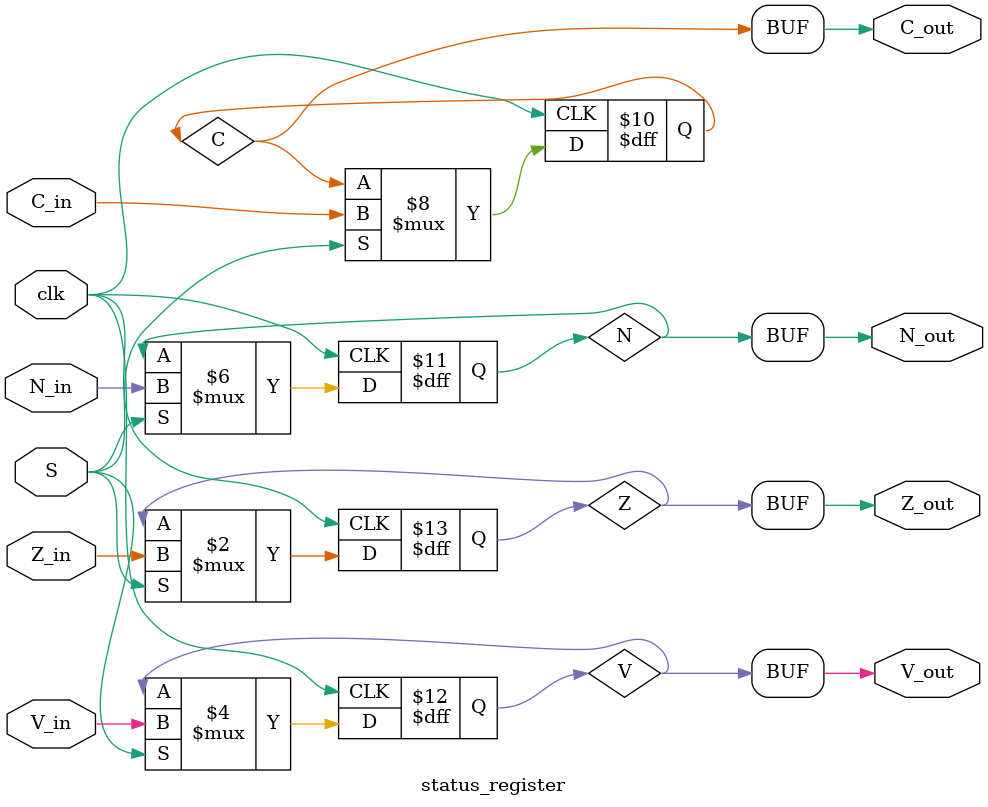
<source format=v>
module status_register(
	input clk, C_in, V_in, Z_in, N_in, S,

	output C_out, V_out, Z_out, N_out
);

	reg C, V, Z, N;

	always @(negedge clk) begin
		if(S) begin //TEST
			C <= C_in;	
			V <= V_in;	
			Z <= Z_in;	
			N <= N_in;	
		end
	end

	assign C_out = C;	
	assign V_out = V;	
	assign Z_out = Z;	
	assign N_out = N;
endmodule
</source>
